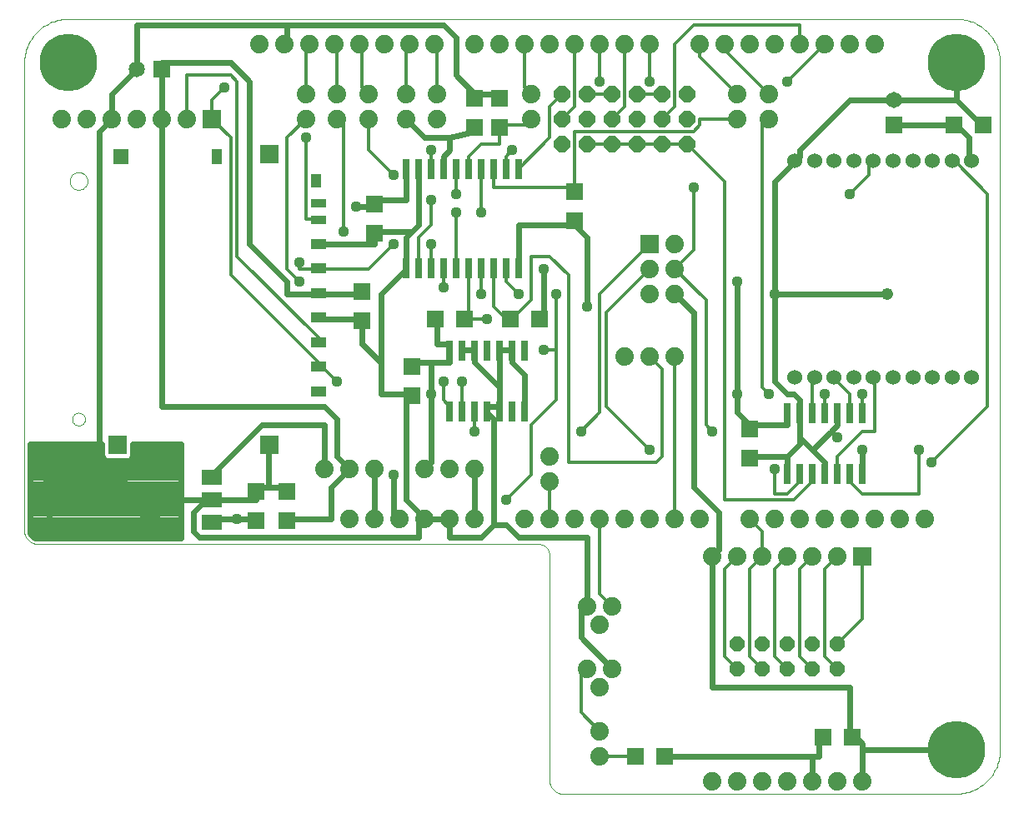
<source format=gtl>
G75*
G70*
%OFA0B0*%
%FSLAX24Y24*%
%IPPOS*%
%LPD*%
%AMOC8*
5,1,8,0,0,1.08239X$1,22.5*
%
%ADD10C,0.0000*%
%ADD11R,0.0260X0.0800*%
%ADD12C,0.0740*%
%ADD13R,0.0740X0.0740*%
%ADD14R,0.0709X0.0710*%
%ADD15R,0.0710X0.0709*%
%ADD16R,0.0614X0.0413*%
%ADD17R,0.0614X0.0354*%
%ADD18R,0.0433X0.0531*%
%ADD19R,0.0748X0.0748*%
%ADD20R,0.0433X0.0630*%
%ADD21R,0.0630X0.0630*%
%ADD22C,0.0600*%
%ADD23C,0.2300*%
%ADD24R,0.0787X0.0591*%
%ADD25R,0.0787X0.1496*%
%ADD26OC8,0.0640*%
%ADD27OC8,0.0600*%
%ADD28R,0.0650X0.0650*%
%ADD29C,0.0650*%
%ADD30C,0.0120*%
%ADD31C,0.0440*%
%ADD32C,0.0240*%
%ADD33C,0.0476*%
D10*
X005721Y015221D02*
X025721Y015221D01*
X025765Y015219D01*
X025808Y015213D01*
X025850Y015204D01*
X025892Y015191D01*
X025932Y015174D01*
X025971Y015154D01*
X026008Y015131D01*
X026042Y015104D01*
X026075Y015075D01*
X026104Y015042D01*
X026131Y015008D01*
X026154Y014971D01*
X026174Y014932D01*
X026191Y014892D01*
X026204Y014850D01*
X026213Y014808D01*
X026219Y014765D01*
X026221Y014721D01*
X026221Y005721D01*
X026223Y005677D01*
X026229Y005634D01*
X026238Y005592D01*
X026251Y005550D01*
X026268Y005510D01*
X026288Y005471D01*
X026311Y005434D01*
X026338Y005400D01*
X026367Y005367D01*
X026400Y005338D01*
X026434Y005311D01*
X026471Y005288D01*
X026510Y005268D01*
X026550Y005251D01*
X026592Y005238D01*
X026634Y005229D01*
X026677Y005223D01*
X026721Y005221D01*
X042471Y005221D01*
X042554Y005223D01*
X042637Y005229D01*
X042720Y005239D01*
X042802Y005253D01*
X042884Y005270D01*
X042964Y005292D01*
X043043Y005317D01*
X043121Y005346D01*
X043198Y005379D01*
X043273Y005416D01*
X043346Y005455D01*
X043417Y005499D01*
X043486Y005545D01*
X043553Y005595D01*
X043617Y005648D01*
X043679Y005704D01*
X043738Y005763D01*
X043794Y005825D01*
X043847Y005889D01*
X043897Y005956D01*
X043943Y006025D01*
X043987Y006096D01*
X044026Y006169D01*
X044063Y006244D01*
X044096Y006321D01*
X044125Y006399D01*
X044150Y006478D01*
X044172Y006558D01*
X044189Y006640D01*
X044203Y006722D01*
X044213Y006805D01*
X044219Y006888D01*
X044221Y006971D01*
X044221Y034471D01*
X044219Y034554D01*
X044213Y034637D01*
X044203Y034720D01*
X044189Y034802D01*
X044172Y034884D01*
X044150Y034964D01*
X044125Y035043D01*
X044096Y035121D01*
X044063Y035198D01*
X044026Y035273D01*
X043987Y035346D01*
X043943Y035417D01*
X043897Y035486D01*
X043847Y035553D01*
X043794Y035617D01*
X043738Y035679D01*
X043679Y035738D01*
X043617Y035794D01*
X043553Y035847D01*
X043486Y035897D01*
X043417Y035943D01*
X043346Y035987D01*
X043273Y036026D01*
X043198Y036063D01*
X043121Y036096D01*
X043043Y036125D01*
X042964Y036150D01*
X042884Y036172D01*
X042802Y036189D01*
X042720Y036203D01*
X042637Y036213D01*
X042554Y036219D01*
X042471Y036221D01*
X006971Y036221D01*
X006888Y036219D01*
X006805Y036213D01*
X006722Y036203D01*
X006640Y036189D01*
X006558Y036172D01*
X006478Y036150D01*
X006399Y036125D01*
X006321Y036096D01*
X006244Y036063D01*
X006169Y036026D01*
X006096Y035987D01*
X006025Y035943D01*
X005956Y035897D01*
X005889Y035847D01*
X005825Y035794D01*
X005763Y035738D01*
X005704Y035679D01*
X005648Y035617D01*
X005595Y035553D01*
X005545Y035486D01*
X005499Y035417D01*
X005455Y035346D01*
X005416Y035273D01*
X005379Y035198D01*
X005346Y035121D01*
X005317Y035043D01*
X005292Y034964D01*
X005270Y034884D01*
X005253Y034802D01*
X005239Y034720D01*
X005229Y034637D01*
X005223Y034554D01*
X005221Y034471D01*
X005221Y015721D01*
X005223Y015677D01*
X005229Y015634D01*
X005238Y015592D01*
X005251Y015550D01*
X005268Y015510D01*
X005288Y015471D01*
X005311Y015434D01*
X005338Y015400D01*
X005367Y015367D01*
X005400Y015338D01*
X005434Y015311D01*
X005471Y015288D01*
X005510Y015268D01*
X005550Y015251D01*
X005592Y015238D01*
X005634Y015229D01*
X005677Y015223D01*
X005721Y015221D01*
X007130Y020207D02*
X007132Y020238D01*
X007138Y020269D01*
X007147Y020299D01*
X007160Y020328D01*
X007177Y020355D01*
X007197Y020379D01*
X007219Y020401D01*
X007245Y020420D01*
X007272Y020436D01*
X007301Y020448D01*
X007331Y020457D01*
X007362Y020462D01*
X007394Y020463D01*
X007425Y020460D01*
X007456Y020453D01*
X007486Y020443D01*
X007514Y020429D01*
X007540Y020411D01*
X007564Y020391D01*
X007585Y020367D01*
X007604Y020342D01*
X007619Y020314D01*
X007630Y020285D01*
X007638Y020254D01*
X007642Y020223D01*
X007642Y020191D01*
X007638Y020160D01*
X007630Y020129D01*
X007619Y020100D01*
X007604Y020072D01*
X007585Y020047D01*
X007564Y020023D01*
X007540Y020003D01*
X007514Y019985D01*
X007486Y019971D01*
X007456Y019961D01*
X007425Y019954D01*
X007394Y019951D01*
X007362Y019952D01*
X007331Y019957D01*
X007301Y019966D01*
X007272Y019978D01*
X007245Y019994D01*
X007219Y020013D01*
X007197Y020035D01*
X007177Y020059D01*
X007160Y020086D01*
X007147Y020115D01*
X007138Y020145D01*
X007132Y020176D01*
X007130Y020207D01*
X007032Y029735D02*
X007034Y029772D01*
X007040Y029809D01*
X007049Y029844D01*
X007063Y029879D01*
X007079Y029912D01*
X007100Y029943D01*
X007123Y029972D01*
X007149Y029998D01*
X007178Y030021D01*
X007209Y030042D01*
X007242Y030058D01*
X007277Y030072D01*
X007312Y030081D01*
X007349Y030087D01*
X007386Y030089D01*
X007423Y030087D01*
X007460Y030081D01*
X007495Y030072D01*
X007530Y030058D01*
X007563Y030042D01*
X007594Y030021D01*
X007623Y029998D01*
X007649Y029972D01*
X007672Y029943D01*
X007693Y029912D01*
X007709Y029879D01*
X007723Y029844D01*
X007732Y029809D01*
X007738Y029772D01*
X007740Y029735D01*
X007738Y029698D01*
X007732Y029661D01*
X007723Y029626D01*
X007709Y029591D01*
X007693Y029558D01*
X007672Y029527D01*
X007649Y029498D01*
X007623Y029472D01*
X007594Y029449D01*
X007563Y029428D01*
X007530Y029412D01*
X007495Y029398D01*
X007460Y029389D01*
X007423Y029383D01*
X007386Y029381D01*
X007349Y029383D01*
X007312Y029389D01*
X007277Y029398D01*
X007242Y029412D01*
X007209Y029428D01*
X007178Y029449D01*
X007149Y029472D01*
X007123Y029498D01*
X007100Y029527D01*
X007079Y029558D01*
X007063Y029591D01*
X007049Y029626D01*
X007040Y029661D01*
X007034Y029698D01*
X007032Y029735D01*
D11*
X020471Y030201D03*
X020971Y030201D03*
X021471Y030201D03*
X021971Y030201D03*
X022471Y030201D03*
X022971Y030201D03*
X023471Y030201D03*
X023971Y030201D03*
X024471Y030201D03*
X024971Y030201D03*
X024971Y026241D03*
X024471Y026241D03*
X023971Y026241D03*
X023471Y026241D03*
X022971Y026241D03*
X022471Y026241D03*
X021971Y026241D03*
X021471Y026241D03*
X020971Y026241D03*
X020471Y026241D03*
X022221Y022931D03*
X022721Y022931D03*
X023221Y022931D03*
X023721Y022931D03*
X024221Y022931D03*
X024721Y022931D03*
X025221Y022931D03*
X025221Y020511D03*
X024721Y020511D03*
X024221Y020511D03*
X023721Y020511D03*
X023221Y020511D03*
X022721Y020511D03*
X022221Y020511D03*
X035721Y020431D03*
X036221Y020431D03*
X036721Y020431D03*
X037221Y020431D03*
X037721Y020431D03*
X038221Y020431D03*
X038721Y020431D03*
X038721Y018011D03*
X038221Y018011D03*
X037721Y018011D03*
X037221Y018011D03*
X036721Y018011D03*
X036221Y018011D03*
X035721Y018011D03*
D12*
X036221Y016221D03*
X037221Y016221D03*
X038221Y016221D03*
X039221Y016221D03*
X040221Y016221D03*
X041221Y016221D03*
X037721Y014721D03*
X036721Y014721D03*
X035721Y014721D03*
X034721Y014721D03*
X033721Y014721D03*
X032721Y014721D03*
X032221Y016221D03*
X031221Y016221D03*
X030221Y016221D03*
X029221Y016221D03*
X028221Y016221D03*
X027221Y016221D03*
X026221Y016221D03*
X025221Y016221D03*
X026221Y017721D03*
X026221Y018721D03*
X023221Y018221D03*
X022221Y018221D03*
X021221Y018221D03*
X019221Y018221D03*
X018221Y018221D03*
X017221Y018221D03*
X018221Y016221D03*
X019221Y016221D03*
X020221Y016221D03*
X021221Y016221D03*
X022221Y016221D03*
X023221Y016221D03*
X027721Y012721D03*
X028221Y011971D03*
X028721Y012721D03*
X028721Y010221D03*
X028221Y009471D03*
X027721Y010221D03*
X028221Y007721D03*
X028221Y006721D03*
X032721Y005721D03*
X033721Y005721D03*
X034721Y005721D03*
X035721Y005721D03*
X036721Y005721D03*
X037721Y005721D03*
X038721Y005721D03*
X035221Y016221D03*
X034221Y016221D03*
X031221Y022721D03*
X030221Y022721D03*
X029221Y022721D03*
X030221Y025221D03*
X030221Y026221D03*
X031221Y026221D03*
X031221Y025221D03*
X031221Y027221D03*
X033721Y032221D03*
X033721Y033221D03*
X034971Y033221D03*
X034971Y032221D03*
X035221Y035221D03*
X036221Y035221D03*
X037221Y035221D03*
X038221Y035221D03*
X039221Y035221D03*
X034221Y035221D03*
X033221Y035221D03*
X032221Y035221D03*
X030221Y035221D03*
X029221Y035221D03*
X028221Y035221D03*
X027221Y035221D03*
X026221Y035221D03*
X025221Y035221D03*
X024221Y035221D03*
X023221Y035221D03*
X021621Y035221D03*
X020621Y035221D03*
X019621Y035221D03*
X018621Y035221D03*
X017621Y035221D03*
X016621Y035221D03*
X015621Y035221D03*
X014621Y035221D03*
X016471Y033221D03*
X016471Y032221D03*
X017721Y032221D03*
X018971Y032221D03*
X018971Y033221D03*
X017721Y033221D03*
X020471Y033221D03*
X020471Y032221D03*
X021721Y032221D03*
X021721Y033221D03*
X025471Y033221D03*
X025471Y032221D03*
X011721Y032221D03*
X010721Y032221D03*
X009721Y032221D03*
X008721Y032221D03*
X007721Y032221D03*
X006721Y032221D03*
D13*
X012721Y032221D03*
X030221Y027221D03*
X038721Y014721D03*
D14*
X038311Y007471D03*
X037131Y007471D03*
X030811Y006721D03*
X029631Y006721D03*
X025811Y024221D03*
X024631Y024221D03*
X022811Y024221D03*
X021631Y024221D03*
X042381Y031971D03*
X043561Y031971D03*
D15*
X034221Y019811D03*
X034221Y018631D03*
X027221Y028131D03*
X027221Y029311D03*
X024221Y031881D03*
X023221Y031881D03*
X023221Y033061D03*
X024221Y033061D03*
X019221Y028811D03*
X019221Y027631D03*
X018721Y025311D03*
X018721Y024131D03*
X020721Y022311D03*
X020721Y021131D03*
X015721Y017311D03*
X015721Y016131D03*
X014471Y016131D03*
X014471Y017311D03*
D16*
X016981Y021321D03*
X016981Y022305D03*
X016981Y023290D03*
X016981Y024274D03*
X016981Y025258D03*
X016981Y026242D03*
X016981Y027227D03*
D17*
X016981Y028179D03*
X016981Y028849D03*
D18*
X016890Y029746D03*
D19*
X015024Y030825D03*
X015024Y019164D03*
X008941Y019164D03*
D20*
X012898Y030699D03*
D21*
X009091Y030719D03*
D22*
X036008Y030551D03*
X036796Y030551D03*
X037583Y030551D03*
X038370Y030551D03*
X039158Y030551D03*
X039945Y030551D03*
X040733Y030551D03*
X041520Y030551D03*
X042307Y030551D03*
X043095Y030551D03*
X043095Y021890D03*
X042307Y021890D03*
X041520Y021890D03*
X040733Y021890D03*
X039945Y021890D03*
X039158Y021890D03*
X038370Y021890D03*
X037583Y021890D03*
X036796Y021890D03*
X036008Y021890D03*
D23*
X042471Y034471D03*
X042471Y006971D03*
X006971Y034471D03*
D24*
X012711Y017876D03*
X012711Y016971D03*
X012711Y016065D03*
D25*
X010231Y016971D03*
D26*
X026721Y031221D03*
X026721Y032221D03*
X027721Y032221D03*
X028721Y032221D03*
X029721Y032221D03*
X030721Y032221D03*
X031721Y032221D03*
X031721Y031221D03*
X030721Y031221D03*
X029721Y031221D03*
X028721Y031221D03*
X027721Y031221D03*
X027721Y033221D03*
X028721Y033221D03*
X029721Y033221D03*
X030721Y033221D03*
X031721Y033221D03*
X026721Y033221D03*
D27*
X033721Y011221D03*
X034721Y011221D03*
X035721Y011221D03*
X036721Y011221D03*
X037721Y011221D03*
X037721Y010221D03*
X036721Y010221D03*
X035721Y010221D03*
X034721Y010221D03*
X033721Y010221D03*
D28*
X039971Y031971D03*
X010721Y034221D03*
D29*
X009721Y034221D03*
X039971Y032971D03*
D30*
X039158Y030551D02*
X038971Y030471D01*
X038971Y029971D01*
X038221Y029221D01*
X034971Y032221D02*
X034721Y031971D01*
X034721Y021471D01*
X034971Y021221D01*
X036721Y021721D02*
X036721Y020431D01*
X037221Y020431D02*
X037221Y021221D01*
X037721Y021721D02*
X037583Y021890D01*
X037721Y021721D02*
X038221Y021221D01*
X038221Y020431D01*
X038721Y020431D02*
X038721Y021221D01*
X039221Y021721D02*
X039158Y021890D01*
X039221Y021721D02*
X039221Y019721D01*
X038721Y019721D01*
X037721Y018721D01*
X037721Y018011D01*
X038221Y018011D02*
X038221Y017721D01*
X038721Y017221D01*
X040971Y017221D01*
X040971Y018971D01*
X041471Y018471D02*
X043721Y020721D01*
X043721Y029221D01*
X042471Y030471D01*
X042307Y030551D01*
X037221Y035221D02*
X035721Y033721D01*
X034971Y033221D02*
X033221Y034971D01*
X033221Y035221D01*
X032221Y035221D02*
X032221Y034721D01*
X033721Y033221D01*
X033721Y032221D02*
X032221Y032221D01*
X032221Y031971D01*
X031971Y031721D01*
X027221Y031721D01*
X027221Y029471D01*
X027221Y029311D01*
X027221Y029471D02*
X023971Y029471D01*
X023971Y030201D01*
X024471Y030201D02*
X024471Y030721D01*
X024721Y030971D01*
X024221Y031221D02*
X024221Y031881D01*
X024221Y031971D01*
X025471Y031971D01*
X025471Y032221D01*
X026221Y032721D02*
X026721Y033221D01*
X027221Y032721D02*
X027221Y035221D01*
X028221Y035221D02*
X028221Y033721D01*
X027721Y033221D02*
X028721Y033221D01*
X029221Y032721D02*
X029221Y035221D01*
X030221Y035221D02*
X030221Y033721D01*
X029721Y033221D02*
X030721Y033221D01*
X031221Y032721D02*
X031221Y035221D01*
X031971Y035971D01*
X036221Y035971D01*
X036221Y035221D01*
X031221Y032721D02*
X030721Y032221D01*
X030721Y031221D02*
X029721Y031221D01*
X028721Y031221D01*
X027721Y031221D01*
X028721Y032221D02*
X029221Y032721D01*
X030721Y031221D02*
X031721Y031221D01*
X033221Y029721D01*
X033221Y016971D01*
X035971Y016971D01*
X036721Y017721D01*
X036721Y018011D01*
X036221Y018011D02*
X036221Y017721D01*
X035721Y017221D01*
X035221Y017221D01*
X035221Y018221D01*
X034221Y016221D02*
X034721Y015721D01*
X034721Y014721D01*
X034221Y014221D01*
X034221Y010721D01*
X034721Y010221D01*
X035221Y010721D02*
X035221Y014221D01*
X035721Y014721D01*
X036221Y014221D02*
X036721Y014721D01*
X037221Y014221D02*
X037721Y014721D01*
X037221Y014221D02*
X037221Y010721D01*
X037721Y010221D01*
X037721Y011221D02*
X038721Y012221D01*
X038721Y014721D01*
X036221Y014221D02*
X036221Y010721D01*
X036721Y010221D01*
X035721Y010221D02*
X035221Y010721D01*
X033721Y010221D02*
X033221Y010721D01*
X033221Y014221D01*
X033721Y014721D01*
X031221Y016221D02*
X031221Y022721D01*
X030721Y022221D02*
X030721Y018721D01*
X030471Y018471D01*
X026971Y018471D01*
X026971Y025971D01*
X026221Y026721D01*
X025471Y026721D01*
X025471Y024971D01*
X024721Y024221D01*
X024631Y024221D01*
X024471Y024221D01*
X023971Y024721D01*
X023971Y026241D01*
X024471Y026241D02*
X024471Y025721D01*
X024971Y025221D01*
X026471Y025221D02*
X026471Y022971D01*
X025971Y022971D01*
X026471Y022971D02*
X026471Y020971D01*
X025471Y019971D01*
X025471Y017971D01*
X024471Y016971D01*
X026221Y016221D02*
X026221Y017721D01*
X028221Y016221D02*
X028221Y013221D01*
X028721Y012721D01*
X027721Y010221D02*
X027471Y009971D01*
X027471Y008471D01*
X028221Y007721D01*
X028221Y006721D02*
X029631Y006721D01*
X030221Y018971D02*
X028471Y020721D01*
X028471Y024471D01*
X030221Y026221D01*
X031221Y026221D02*
X032471Y024971D01*
X032471Y019971D01*
X032721Y019721D01*
X030721Y022221D02*
X030221Y022721D01*
X028221Y020471D02*
X028221Y025221D01*
X030221Y027221D01*
X031221Y026221D02*
X031971Y026971D01*
X031971Y029471D01*
X027221Y032721D02*
X026721Y032221D01*
X026221Y032721D02*
X026221Y031471D01*
X024971Y030221D01*
X024971Y030201D01*
X024221Y031221D02*
X023471Y031221D01*
X022971Y030721D01*
X022971Y030201D01*
X023471Y030201D02*
X023471Y028471D01*
X022471Y028471D02*
X022471Y026241D01*
X022971Y026241D02*
X022971Y024221D01*
X022811Y024221D01*
X022971Y024221D02*
X023721Y024221D01*
X023471Y025221D02*
X023471Y026241D01*
X021971Y026241D02*
X021971Y025471D01*
X021471Y026241D02*
X021471Y027221D01*
X020971Y027471D02*
X020971Y026241D01*
X020971Y027471D02*
X021471Y027971D01*
X021471Y028971D01*
X022471Y029221D02*
X022471Y030201D01*
X021471Y030201D02*
X021471Y030971D01*
X019971Y029971D02*
X018971Y030971D01*
X018971Y032221D01*
X017971Y031971D02*
X017971Y027721D01*
X016981Y028179D02*
X016971Y028221D01*
X016471Y028221D01*
X016471Y031471D01*
X015721Y031471D02*
X016471Y032221D01*
X015721Y031471D02*
X015721Y026221D01*
X016221Y025721D01*
X016221Y026221D02*
X016221Y026471D01*
X016221Y026221D02*
X016971Y026221D01*
X016981Y026242D01*
X017221Y026221D01*
X018971Y026221D01*
X019971Y027221D01*
X016971Y023471D02*
X016981Y023290D01*
X016971Y023471D02*
X013721Y026721D01*
X013721Y033721D01*
X013471Y033971D01*
X011721Y033971D01*
X011721Y032221D01*
X012721Y032221D02*
X012721Y032971D01*
X013221Y033471D01*
X012721Y032221D02*
X013471Y031471D01*
X013471Y025971D01*
X016971Y022471D01*
X016981Y022305D01*
X017221Y022221D01*
X017721Y021721D01*
X021971Y021721D02*
X021971Y020971D01*
X022221Y020721D01*
X022221Y020511D01*
X022721Y020511D02*
X022721Y021721D01*
X023221Y020511D02*
X023221Y019721D01*
X027471Y019721D02*
X028221Y020471D01*
X036721Y021721D02*
X036796Y021890D01*
X025471Y033221D02*
X025221Y033471D01*
X025221Y035221D01*
X021721Y035221D02*
X021721Y033221D01*
X020471Y033221D02*
X020471Y035221D01*
X020621Y035221D01*
X021621Y035221D02*
X021721Y035221D01*
X018721Y035221D02*
X018721Y033471D01*
X018971Y033221D01*
X017721Y033221D02*
X017721Y035221D01*
X017621Y035221D01*
X018621Y035221D02*
X018721Y035221D01*
X016621Y035221D02*
X016471Y035221D01*
X016471Y033221D01*
X017721Y032221D02*
X017971Y031971D01*
D31*
X016471Y031471D03*
X018471Y028721D03*
X017971Y027721D03*
X016221Y026471D03*
X016221Y025721D03*
X019971Y027221D03*
X021471Y027221D03*
X022471Y028471D03*
X022471Y029221D03*
X021471Y028971D03*
X019971Y029971D03*
X021471Y030971D03*
X023471Y028471D03*
X024721Y030971D03*
X028221Y033721D03*
X030221Y033721D03*
X031971Y029471D03*
X033721Y025721D03*
X035221Y025221D03*
X034971Y021221D03*
X033721Y021221D03*
X032721Y019721D03*
X030221Y018971D03*
X027471Y019721D03*
X024471Y016971D03*
X023221Y019721D03*
X021471Y021221D03*
X021971Y021721D03*
X022721Y021721D03*
X023721Y024221D03*
X023471Y025221D03*
X024971Y025221D03*
X025971Y026221D03*
X026471Y025221D03*
X027721Y024721D03*
X025971Y022971D03*
X021971Y025471D03*
X017721Y021721D03*
X019971Y017971D03*
X013721Y016221D03*
X013221Y033471D03*
X035221Y018221D03*
X037721Y019471D03*
X038721Y018971D03*
X040971Y018971D03*
X041471Y018471D03*
X038721Y021221D03*
X037221Y021221D03*
X038221Y029221D03*
X035721Y033721D03*
D32*
X038221Y032971D02*
X039971Y032971D01*
X042471Y032971D01*
X042471Y034471D01*
X042471Y032971D02*
X043471Y031971D01*
X043561Y031971D01*
X042971Y031471D02*
X042971Y030721D01*
X043095Y030551D01*
X042971Y031471D02*
X042471Y031971D01*
X042381Y031971D01*
X039971Y031971D01*
X038221Y032971D02*
X036221Y030971D01*
X036221Y030721D01*
X036008Y030551D01*
X035971Y030471D01*
X035221Y029721D01*
X035221Y025221D01*
X039721Y025221D01*
X035221Y025221D02*
X035221Y021721D01*
X035721Y021221D01*
X035971Y021221D01*
X036221Y020971D01*
X036221Y020431D01*
X036221Y019471D01*
X036721Y018971D01*
X037471Y019721D01*
X037721Y019471D01*
X037471Y019721D02*
X037721Y019971D01*
X037721Y020431D01*
X036221Y019471D02*
X036221Y019221D01*
X035721Y018721D01*
X035721Y018011D01*
X035721Y018721D02*
X034221Y018721D01*
X034221Y018631D01*
X034221Y019811D02*
X034221Y019971D01*
X033721Y020471D01*
X033721Y021221D01*
X033721Y025721D01*
X031971Y024471D02*
X031971Y017471D01*
X032971Y016471D01*
X032971Y014971D01*
X032721Y014721D01*
X032721Y009471D01*
X038221Y009471D01*
X038221Y007471D01*
X038311Y007471D01*
X038471Y007471D01*
X038721Y007221D01*
X038721Y006971D01*
X042471Y006971D01*
X038721Y006971D02*
X038721Y005721D01*
X036971Y006721D02*
X036971Y007471D01*
X037131Y007471D01*
X036971Y006721D02*
X036721Y006721D01*
X036721Y005721D01*
X036721Y006721D02*
X030811Y006721D01*
X028721Y010221D02*
X027471Y011471D01*
X027471Y012471D01*
X027721Y012721D01*
X027721Y015471D01*
X024971Y015471D01*
X024471Y015971D01*
X023971Y015971D01*
X023471Y015471D01*
X022221Y015471D01*
X022221Y016221D01*
X021221Y016221D01*
X020971Y016471D01*
X020971Y015471D01*
X012221Y015471D01*
X011971Y015721D01*
X011971Y016471D01*
X012471Y016971D01*
X012711Y016971D01*
X014471Y016971D01*
X014471Y017311D01*
X014471Y017471D01*
X014971Y017471D01*
X014971Y018971D01*
X015024Y019164D01*
X014721Y019971D02*
X017221Y019971D01*
X017221Y018221D01*
X017721Y018721D02*
X017721Y020221D01*
X017221Y020721D01*
X010721Y020721D01*
X010721Y032221D01*
X010721Y034221D01*
X010721Y034471D01*
X013471Y034471D01*
X014221Y033721D01*
X014221Y027221D01*
X015721Y025721D01*
X015721Y025221D01*
X016971Y025221D01*
X016981Y025258D01*
X017221Y025221D01*
X018721Y025221D01*
X018721Y025311D01*
X019471Y025221D02*
X019471Y022471D01*
X019471Y021221D01*
X020471Y021221D01*
X020721Y021131D01*
X020721Y021221D01*
X020471Y021221D01*
X020471Y016971D01*
X020971Y016471D01*
X020221Y016221D02*
X019971Y016471D01*
X019971Y017971D01*
X019221Y018221D02*
X019221Y016221D01*
X017471Y016221D02*
X017471Y017471D01*
X018221Y018221D01*
X017721Y018721D01*
X015721Y017471D02*
X015721Y017311D01*
X015721Y017471D02*
X014971Y017471D01*
X014471Y016221D02*
X013721Y016221D01*
X012721Y016221D01*
X012711Y016065D01*
X012471Y016971D02*
X010231Y016971D01*
X008721Y016971D01*
X008721Y016721D01*
X008221Y016721D01*
X008221Y017721D01*
X009221Y017721D01*
X009221Y018221D01*
X009363Y018550D02*
X009451Y018586D01*
X009519Y018654D01*
X009555Y018742D01*
X009555Y019221D01*
X011471Y019221D01*
X011471Y015441D01*
X005721Y015441D01*
X005666Y015446D01*
X005565Y015488D01*
X005488Y015565D01*
X005446Y015666D01*
X005441Y015721D01*
X005441Y015812D01*
X005441Y019221D01*
X008327Y019221D01*
X008327Y018742D01*
X008364Y018654D01*
X008431Y018586D01*
X008519Y018550D01*
X009363Y018550D01*
X009434Y018579D02*
X011471Y018579D01*
X011471Y018341D02*
X005441Y018341D01*
X005441Y018579D02*
X008448Y018579D01*
X008327Y018818D02*
X005441Y018818D01*
X005441Y019056D02*
X008327Y019056D01*
X008221Y019221D02*
X008221Y031721D01*
X008721Y032221D01*
X008721Y033221D01*
X009721Y034221D01*
X009721Y035971D01*
X015721Y035971D01*
X015721Y035221D01*
X015621Y035221D01*
X015721Y035971D02*
X021971Y035971D01*
X022471Y035471D01*
X022471Y033971D01*
X023221Y033221D01*
X023221Y033061D01*
X023221Y033221D02*
X024221Y033221D01*
X024221Y033061D01*
X023221Y031881D02*
X023221Y031721D01*
X022221Y031471D01*
X021221Y031471D01*
X020471Y032221D01*
X022221Y031471D02*
X022221Y030971D01*
X021971Y030721D01*
X021971Y030201D01*
X020971Y030201D02*
X020971Y027971D01*
X020721Y027721D01*
X019221Y027721D01*
X019221Y027631D01*
X019221Y027221D01*
X017221Y027221D01*
X016981Y027227D01*
X018471Y028721D02*
X019221Y028721D01*
X019221Y028811D01*
X019221Y028971D01*
X020471Y028971D01*
X020471Y030201D01*
X020721Y027721D02*
X020471Y027471D01*
X020471Y026241D01*
X020471Y026221D01*
X019471Y025221D01*
X018721Y024221D02*
X018721Y024131D01*
X018721Y023221D01*
X019471Y022471D01*
X020721Y022471D02*
X020721Y022311D01*
X020721Y022471D02*
X021471Y022471D01*
X021471Y021221D01*
X021471Y018471D01*
X021221Y018221D01*
X023221Y018221D02*
X023221Y016221D01*
X023971Y015971D02*
X023971Y020221D01*
X023721Y020471D01*
X023721Y020511D01*
X023721Y020721D01*
X024221Y020721D01*
X024221Y020511D01*
X024221Y020721D02*
X024221Y021471D01*
X023221Y022471D01*
X023221Y022931D01*
X023221Y022971D01*
X022721Y022971D01*
X022721Y022931D01*
X022221Y022931D02*
X022221Y022471D01*
X021471Y022471D01*
X021721Y023221D02*
X022221Y023221D01*
X022221Y022931D01*
X021721Y023221D02*
X021721Y024221D01*
X021631Y024221D01*
X018721Y024221D02*
X017221Y024221D01*
X016981Y024274D01*
X014721Y019971D02*
X012721Y017971D01*
X012711Y017876D01*
X011471Y017864D02*
X005441Y017864D01*
X005441Y018102D02*
X011471Y018102D01*
X011471Y017625D02*
X005441Y017625D01*
X005441Y017386D02*
X011471Y017386D01*
X011471Y017148D02*
X005441Y017148D01*
X005441Y016909D02*
X011471Y016909D01*
X011471Y016671D02*
X005441Y016671D01*
X005441Y016432D02*
X011471Y016432D01*
X011471Y016194D02*
X005441Y016194D01*
X005441Y015955D02*
X011471Y015955D01*
X011471Y015717D02*
X005441Y015717D01*
X005589Y015478D02*
X011471Y015478D01*
X009221Y015721D02*
X008221Y015721D01*
X007221Y015721D01*
X006221Y015721D01*
X006221Y016721D01*
X005721Y016721D01*
X006221Y016721D02*
X006721Y016721D01*
X007721Y016721D01*
X008221Y016721D01*
X008221Y017721D02*
X007721Y017721D01*
X007721Y018721D01*
X008221Y019221D01*
X007721Y018721D02*
X006721Y018721D01*
X005721Y018721D01*
X006221Y017721D02*
X007221Y017721D01*
X007721Y017721D01*
X009555Y018818D02*
X011471Y018818D01*
X011471Y019056D02*
X009555Y019056D01*
X014471Y016221D02*
X014471Y016131D01*
X015721Y016131D02*
X015721Y016221D01*
X017471Y016221D01*
X024221Y021471D02*
X024221Y022931D01*
X024221Y022971D01*
X024721Y022971D01*
X024721Y022931D01*
X024721Y022471D01*
X025221Y021971D01*
X025221Y020511D01*
X025811Y024221D02*
X025971Y024221D01*
X025971Y026221D01*
X024971Y026241D02*
X024971Y027971D01*
X027221Y027971D01*
X027221Y028131D01*
X027221Y027971D02*
X027721Y027471D01*
X027721Y024721D01*
X031221Y025221D02*
X031971Y024471D01*
X035721Y020431D02*
X035721Y019971D01*
X034221Y019971D01*
X036721Y018971D02*
X037221Y018471D01*
X037221Y018011D01*
X038721Y018011D02*
X038721Y018971D01*
D33*
X039721Y025221D03*
X009221Y018221D03*
X008221Y017721D03*
X007221Y017721D03*
X006221Y017721D03*
X006721Y016721D03*
X007721Y016721D03*
X008721Y016721D03*
X009221Y015721D03*
X008221Y015721D03*
X007221Y015721D03*
X006221Y015721D03*
X005721Y016721D03*
X005721Y018721D03*
X006721Y018721D03*
X007721Y018721D03*
M02*

</source>
